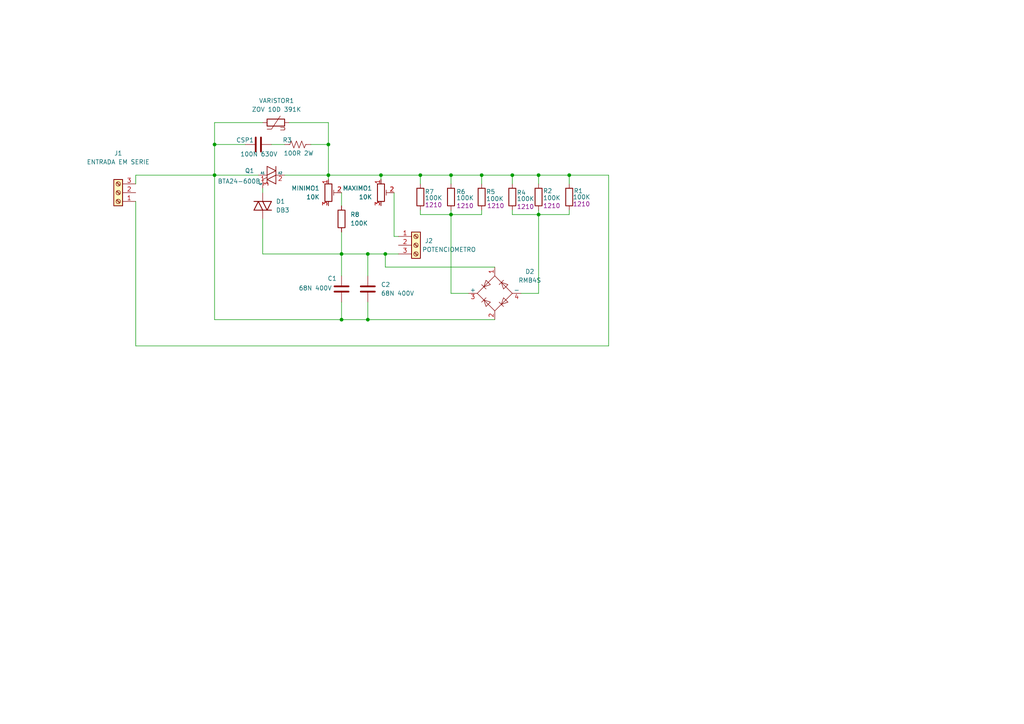
<source format=kicad_sch>
(kicad_sch (version 20231120) (generator "eeschema") (generator_version "8.0")
  (paper "A4")
  (lib_symbols
    (symbol "Connector:Screw_Terminal_01x03" (pin_names (offset 1.016) hide)
      (property "Reference" "J" (at 0 5.08 0))
      (property "Value" "Screw_Terminal_01x03" (at 0 -5.08 0))
      (symbol "Screw_Terminal_01x03_1_1"
        (rectangle (start -1.27 3.81) (end 1.27 -3.81) (stroke (width 0.254)) (fill (type background)))
        (circle (center 0 -2.54) (radius 0.635) (stroke (width 0.1524)))
        (polyline (pts (xy -0.5334 -2.2098) (xy 0.3302 -3.048)) (stroke (width 0.1524)))
        (polyline (pts (xy -0.5334 0.3302) (xy 0.3302 -0.508)) (stroke (width 0.1524)))
        (polyline (pts (xy -0.5334 2.8702) (xy 0.3302 2.032)) (stroke (width 0.1524)))
        (polyline (pts (xy -0.3556 -2.032) (xy 0.508 -2.8702)) (stroke (width 0.1524)))
        (polyline (pts (xy -0.3556 0.508) (xy 0.508 -0.3302)) (stroke (width 0.1524)))
        (polyline (pts (xy -0.3556 3.048) (xy 0.508 2.2098)) (stroke (width 0.1524)))
        (circle (center 0 0) (radius 0.635) (stroke (width 0.1524)))
        (circle (center 0 2.54) (radius 0.635) (stroke (width 0.1524)))
        (pin passive line (at -5.08 2.54 0) (length 3.81) (name "Pin_1") (number "1"))
        (pin passive line (at -5.08 0 0) (length 3.81) (name "Pin_2") (number "2"))
        (pin passive line (at -5.08 -2.54 0) (length 3.81) (name "Pin_3") (number "3"))
      )
    )
    (symbol "Device:C" (pin_numbers hide) (pin_names (offset 0.254))
      (property "Reference" "C" (at 0.635 2.54 0))
      (property "Value" "C" (at 0.635 -2.54 0))
      (symbol "C_0_1"
        (polyline (pts (xy -2.032 -0.762) (xy 2.032 -0.762)) (stroke (width 0.508)))
        (polyline (pts (xy -2.032 0.762) (xy 2.032 0.762)) (stroke (width 0.508)))
      )
      (symbol "C_1_1"
        (pin passive line (at 0 3.81 270) (length 2.794) (name "~") (number "1"))
        (pin passive line (at 0 -3.81 90) (length 2.794) (name "~") (number "2"))
      )
    )
    (symbol "Device:R" (pin_numbers hide) (pin_names (offset 0))
      (property "Reference" "R" (at 2.032 0 90))
      (property "Value" "R" (at 0 0 90))
      (symbol "R_0_1"
        (rectangle (start -1.016 -2.54) (end 1.016 2.54) (stroke (width 0.254)))
      )
      (symbol "R_1_1"
        (pin passive line (at 0 3.81 270) (length 1.27) (name "~") (number "1"))
        (pin passive line (at 0 -3.81 90) (length 1.27) (name "~") (number "2"))
      )
    )
    (symbol "Device:R_Potentiometer_Trim" (pin_names (offset 1.016) hide)
      (property "Reference" "RV" (at -4.445 0 90))
      (property "Value" "R_Potentiometer_Trim" (at -2.54 0 90))
      (symbol "R_Potentiometer_Trim_0_1"
        (polyline (pts (xy 1.524 0.762) (xy 1.524 -0.762)))
        (polyline (pts (xy 2.54 0) (xy 1.524 0)))
        (rectangle (start 1.016 2.54) (end -1.016 -2.54) (stroke (width 0.254)))
      )
      (symbol "R_Potentiometer_Trim_1_1"
        (pin passive line (at 0 3.81 270) (length 1.27) (name "1") (number "1"))
        (pin passive line (at 3.81 0 180) (length 1.27) (name "2") (number "2"))
        (pin passive line (at 0 -3.81 90) (length 1.27) (name "3") (number "3"))
      )
    )
    (symbol "Device:R_US" (pin_numbers hide) (pin_names (offset 0))
      (property "Reference" "R" (at 2.54 0 90))
      (property "Value" "R_US" (at -2.54 0 90))
      (symbol "R_US_0_1"
        (polyline (pts (xy 0 -2.286) (xy 0 -2.54)))
        (polyline (pts (xy 0 2.286) (xy 0 2.54)))
        (polyline (pts (xy 0 -0.762) (xy 1.016 -1.143) (xy 0 -1.524) (xy -1.016 -1.905) (xy 0 -2.286)))
        (polyline (pts (xy 0 0.762) (xy 1.016 0.381) (xy 0 0) (xy -1.016 -0.381) (xy 0 -0.762)))
        (polyline (pts (xy 0 2.286) (xy 1.016 1.905) (xy 0 1.524) (xy -1.016 1.143) (xy 0 0.762)))
      )
      (symbol "R_US_1_1"
        (pin passive line (at 0 3.81 270) (length 1.27) (name "~") (number "1"))
        (pin passive line (at 0 -3.81 90) (length 1.27) (name "~") (number "2"))
      )
    )
    (symbol "Device:Varistor" (pin_numbers hide) (pin_names (offset 0))
      (property "Reference" "RV" (at 3.175 0 90))
      (property "Value" "Varistor" (at -3.175 0 90))
      (symbol "Varistor_0_0"
        (text "U" (at -1.778 -2.032 0) (effects (font (size 1.27 1.27))))
      )
      (symbol "Varistor_0_1"
        (rectangle (start -1.016 -2.54) (end 1.016 2.54) (stroke (width 0.254)))
        (polyline (pts (xy -1.905 2.54) (xy -1.905 1.27) (xy 1.905 -1.27)))
      )
      (symbol "Varistor_1_1"
        (pin passive line (at 0 3.81 270) (length 1.27) (name "~") (number "1"))
        (pin passive line (at 0 -3.81 90) (length 1.27) (name "~") (number "2"))
      )
    )
    (symbol "Diode:DB3" (pin_numbers hide) (pin_names (offset 1.016) hide)
      (property "Reference" "D" (at 0 3.81 0))
      (property "Value" "DB3" (at 0 -3.81 0))
      (symbol "DB3_0_1"
        (polyline (pts (xy -1.27 0) (xy -1.27 -2.54)) (stroke (width 0.254)))
        (polyline (pts (xy 1.27 2.54) (xy 1.27 0)) (stroke (width 0.254)))
        (polyline (pts (xy -1.27 2.54) (xy -1.27 0) (xy 1.27 1.27) (xy -1.27 2.54)) (stroke (width 0.254)))
        (polyline (pts (xy 1.27 0) (xy 1.27 -2.54) (xy -1.27 -1.27) (xy 1.27 0)) (stroke (width 0.254)))
      )
      (symbol "DB3_1_1"
        (pin passive line (at -3.81 0 0) (length 2.54) (name "K") (number "1"))
        (pin passive line (at 3.81 0 180) (length 2.54) (name "A") (number "2"))
      )
    )
    (symbol "Diode_Bridge:RMB4S" (pin_names (offset 0))
      (property "Reference" "D" (at 2.54 6.985 0))
      (property "Value" "RMB4S" (at 2.54 5.08 0))
      (symbol "RMB4S_0_1"
        (polyline (pts (xy -2.54 3.81) (xy -1.27 2.54)))
        (polyline (pts (xy -1.27 -2.54) (xy -2.54 -3.81)))
        (polyline (pts (xy 2.54 -1.27) (xy 3.81 -2.54)))
        (polyline (pts (xy 2.54 1.27) (xy 3.81 2.54)))
        (polyline (pts (xy -3.81 2.54) (xy -2.54 1.27) (xy -1.905 3.175) (xy -3.81 2.54)))
        (polyline (pts (xy -2.54 -1.27) (xy -3.81 -2.54) (xy -1.905 -3.175) (xy -2.54 -1.27)))
        (polyline (pts (xy 1.27 2.54) (xy 2.54 3.81) (xy 3.175 1.905) (xy 1.27 2.54)))
        (polyline (pts (xy 3.175 -1.905) (xy 1.27 -2.54) (xy 2.54 -3.81) (xy 3.175 -1.905)))
        (polyline (pts (xy -5.08 0) (xy 0 -5.08) (xy 5.08 0) (xy 0 5.08) (xy -5.08 0)))
      )
      (symbol "RMB4S_1_1"
        (pin passive line (at 0 -7.62 90) (length 2.54) (name "~") (number "1"))
        (pin passive line (at 0 7.62 270) (length 2.54) (name "~") (number "2"))
        (pin passive line (at 7.62 0 180) (length 2.54) (name "+") (number "3"))
        (pin passive line (at -7.62 0 0) (length 2.54) (name "-") (number "4"))
      )
    )
    (symbol "Triac_Thyristor:BTA16-600B" (pin_names (offset 0))
      (property "Reference" "Q" (at 5.08 1.905 0))
      (property "Value" "BTA16-600B" (at 5.08 0 0))
      (symbol "BTA16-600B_0_1"
        (polyline (pts (xy -2.54 -1.27) (xy 2.54 -1.27)) (stroke (width 0.2032)))
        (polyline (pts (xy -2.54 1.27) (xy 2.54 1.27)) (stroke (width 0.2032)))
        (polyline (pts (xy -1.27 -2.54) (xy -0.635 -1.27)))
        (polyline (pts (xy -2.54 1.27) (xy -1.27 -1.27) (xy 0 1.27)) (stroke (width 0.2032)))
        (polyline (pts (xy 0 -1.27) (xy 1.27 1.27) (xy 2.54 -1.27)) (stroke (width 0.2032)))
      )
      (symbol "BTA16-600B_1_1"
        (pin passive line (at 0 -3.81 90) (length 2.54) (name "A1") (number "1"))
        (pin passive line (at 0 3.81 270) (length 2.54) (name "A2") (number "2"))
        (pin input line (at -3.81 -2.54 0) (length 2.54) (name "G") (number "3"))
      )
    )
  )
  (junction (at 130.81 50.8))
  (junction (at 99.06 73.66))
  (junction (at 99.06 92.71))
  (junction (at 156.21 62.23))
  (junction (at 106.68 92.71))
  (junction (at 121.92 50.8))
  (junction (at 106.68 73.66))
  (junction (at 111.76 73.66))
  (junction (at 139.7 50.8))
  (junction (at 165.1 50.8))
  (junction (at 110.49 50.8))
  (junction (at 62.23 41.91))
  (junction (at 62.23 50.8))
  (junction (at 148.59 50.8))
  (junction (at 95.25 50.8))
  (junction (at 156.21 50.8))
  (junction (at 130.81 62.23))
  (junction (at 95.25 41.91))
  (wire (pts (xy 106.68 73.66) (xy 106.68 80.01)))
  (wire (pts (xy 176.53 50.8) (xy 165.1 50.8)))
  (wire (pts (xy 139.7 62.23) (xy 139.7 60.96)))
  (wire (pts (xy 111.76 73.66) (xy 106.68 73.66)))
  (wire (pts (xy 156.21 50.8) (xy 156.21 53.34)))
  (wire (pts (xy 99.06 92.71) (xy 106.68 92.71)))
  (wire (pts (xy 95.25 41.91) (xy 95.25 35.56)))
  (wire (pts (xy 156.21 50.8) (xy 165.1 50.8)))
  (wire (pts (xy 106.68 87.63) (xy 106.68 92.71)))
  (wire (pts (xy 111.76 77.47) (xy 111.76 73.66)))
  (wire (pts (xy 82.55 50.8) (xy 95.25 50.8)))
  (wire (pts (xy 39.37 50.8) (xy 62.23 50.8)))
  (wire (pts (xy 76.2 55.88) (xy 76.2 54.61)))
  (wire (pts (xy 114.3 68.58) (xy 114.3 55.88)))
  (wire (pts (xy 62.23 92.71) (xy 62.23 50.8)))
  (wire (pts (xy 62.23 35.56) (xy 62.23 41.91)))
  (wire (pts (xy 121.92 60.96) (xy 121.92 62.23)))
  (wire (pts (xy 39.37 100.33) (xy 176.53 100.33)))
  (wire (pts (xy 110.49 50.8) (xy 95.25 50.8)))
  (wire (pts (xy 176.53 100.33) (xy 176.53 50.8)))
  (wire (pts (xy 130.81 50.8) (xy 130.81 53.34)))
  (wire (pts (xy 130.81 85.09) (xy 130.81 62.23)))
  (wire (pts (xy 148.59 50.8) (xy 156.21 50.8)))
  (wire (pts (xy 62.23 41.91) (xy 62.23 50.8)))
  (wire (pts (xy 121.92 62.23) (xy 130.81 62.23)))
  (wire (pts (xy 106.68 92.71) (xy 143.51 92.71)))
  (wire (pts (xy 139.7 50.8) (xy 148.59 50.8)))
  (wire (pts (xy 62.23 41.91) (xy 71.12 41.91)))
  (wire (pts (xy 151.13 85.09) (xy 156.21 85.09)))
  (wire (pts (xy 148.59 62.23) (xy 156.21 62.23)))
  (wire (pts (xy 165.1 60.96) (xy 165.1 62.23)))
  (wire (pts (xy 148.59 50.8) (xy 148.59 53.34)))
  (wire (pts (xy 99.06 73.66) (xy 99.06 80.01)))
  (wire (pts (xy 106.68 73.66) (xy 99.06 73.66)))
  (wire (pts (xy 139.7 50.8) (xy 139.7 53.34)))
  (wire (pts (xy 95.25 35.56) (xy 83.82 35.56)))
  (wire (pts (xy 165.1 50.8) (xy 165.1 53.34)))
  (wire (pts (xy 130.81 62.23) (xy 130.81 60.96)))
  (wire (pts (xy 143.51 77.47) (xy 111.76 77.47)))
  (wire (pts (xy 76.2 63.5) (xy 76.2 73.66)))
  (wire (pts (xy 130.81 62.23) (xy 139.7 62.23)))
  (wire (pts (xy 148.59 60.96) (xy 148.59 62.23)))
  (wire (pts (xy 78.74 41.91) (xy 82.55 41.91)))
  (wire (pts (xy 62.23 50.8) (xy 74.93 50.8)))
  (wire (pts (xy 121.92 53.34) (xy 121.92 50.8)))
  (wire (pts (xy 90.17 41.91) (xy 95.25 41.91)))
  (wire (pts (xy 165.1 62.23) (xy 156.21 62.23)))
  (wire (pts (xy 76.2 73.66) (xy 99.06 73.66)))
  (wire (pts (xy 156.21 60.96) (xy 156.21 62.23)))
  (wire (pts (xy 115.57 68.58) (xy 114.3 68.58)))
  (wire (pts (xy 39.37 53.34) (xy 39.37 50.8)))
  (wire (pts (xy 110.49 50.8) (xy 121.92 50.8)))
  (wire (pts (xy 99.06 67.31) (xy 99.06 73.66)))
  (wire (pts (xy 39.37 58.42) (xy 39.37 100.33)))
  (wire (pts (xy 99.06 55.88) (xy 99.06 59.69)))
  (wire (pts (xy 99.06 87.63) (xy 99.06 92.71)))
  (wire (pts (xy 130.81 50.8) (xy 139.7 50.8)))
  (wire (pts (xy 76.2 35.56) (xy 62.23 35.56)))
  (wire (pts (xy 115.57 73.66) (xy 111.76 73.66)))
  (wire (pts (xy 121.92 50.8) (xy 130.81 50.8)))
  (wire (pts (xy 95.25 50.8) (xy 95.25 41.91)))
  (wire (pts (xy 110.49 52.07) (xy 110.49 50.8)))
  (wire (pts (xy 62.23 92.71) (xy 99.06 92.71)))
  (wire (pts (xy 135.89 85.09) (xy 130.81 85.09)))
  (wire (pts (xy 156.21 85.09) (xy 156.21 62.23)))
  (wire (pts (xy 95.25 50.8) (xy 95.25 52.07)))
  (symbol (lib_id "Device:R") (at 139.7 57.15 0) (unit 1)
    (property "Reference" "R5" (at 140.97 55.626 0) (effects (justify left)))
    (property "Value" "100K" (at 140.97 57.658 0) (effects (justify left)))
    (property "Footprint" "Resistor_SMD:R_1210_3225Metric_Pad1.30x2.65mm_HandSolder" (effects (hide yes)))
    (property "Datasheet" "1210" (at 143.764 59.69 0))
    (property "Description" "Resistor" (effects (hide yes)))
  )
  (symbol (lib_id "Device:R_US") (at 86.36 41.91 270) (unit 1)
    (property "Reference" "R3" (at 83.312 40.64 90))
    (property "Value" "100R 2W" (at 86.614 44.45 90))
    (property "Footprint" "Resistor_THT:R_Axial_DIN0614_L14.3mm_D5.7mm_P15.24mm_Horizontal" (effects (hide yes)))
    (property "Description" "Resistor, US symbol" (effects (hide yes)))
  )
  (symbol (lib_id "Device:C") (at 74.93 41.91 90) (unit 1)
    (property "Reference" "CSP1" (at 73.66 40.64 90) (effects (justify left)))
    (property "Value" "100N 630V" (at 80.518 44.704 90) (effects (justify left)))
    (property "Footprint" "Capacitor_THT:C_Rect_L18.0mm_W9.0mm_P15.00mm_FKS3_FKP3" (effects (hide yes)))
    (property "Description" "Unpolarized capacitor" (effects (hide yes)))
  )
  (symbol (lib_id "Device:C") (at 99.06 83.82 0) (unit 1)
    (property "Reference" "C1" (at 94.996 80.772 0) (effects (justify left)))
    (property "Value" "68N 400V" (at 86.614 83.566 0) (effects (justify left)))
    (property "Footprint" "Capacitor_THT:C_Rect_L11.0mm_W5.3mm_P10.00mm_MKT" (effects (hide yes)))
    (property "Description" "Unpolarized capacitor" (effects (hide yes)))
  )
  (symbol (lib_id "Device:R") (at 121.92 57.15 0) (unit 1)
    (property "Reference" "R7" (at 123.19 55.626 0) (effects (justify left)))
    (property "Value" "100K" (at 123.19 57.404 0) (effects (justify left)))
    (property "Footprint" "Resistor_SMD:R_1210_3225Metric_Pad1.30x2.65mm_HandSolder" (effects (hide yes)))
    (property "Datasheet" "1210" (at 125.73 59.436 0))
    (property "Description" "Resistor" (effects (hide yes)))
  )
  (symbol (lib_id "Device:Varistor") (at 80.01 35.56 90) (unit 1)
    (property "Reference" "VARISTOR1" (at 80.2033 29.21 90))
    (property "Value" "ZOV 10D 391K" (at 80.2033 31.75 90))
    (property "Footprint" "Varistor:RV_Disc_D12mm_W3.9mm_P7.5mm" (effects (hide yes)))
    (property "Description" "Voltage dependent resistor" (effects (hide yes)))
    (property "Sim.Name" "kicad_builtin_varistor" (effects (hide yes)))
    (property "Sim.Device" "SUBCKT" (effects (hide yes)))
    (property "Sim.Pins" "1=A 2=B" (effects (hide yes)))
    (property "Sim.Params" "threshold=1k" (effects (hide yes)))
    (property "Sim.Library" "${KICAD7_SYMBOL_DIR}/Simulation_SPICE.sp" (effects (hide yes)))
  )
  (symbol (lib_id "Connector:Screw_Terminal_01x03") (at 34.29 55.88 180) (unit 1)
    (property "Reference" "J1" (at 34.29 44.45 0))
    (property "Value" "ENTRADA EM SERIE" (at 34.29 46.99 0))
    (property "Footprint" "TerminalBlock_MetzConnect:TerminalBlock_MetzConnect_Type094_RT03503HBLU_1x03_P5.00mm_Horizontal" (effects (hide yes)))
    (property "Description" "Generic screw terminal, single row, 01x03, script generated (kicad-library-utils/schlib/autogen/connector/)" (effects (hide yes)))
  )
  (symbol (lib_id "Device:R") (at 148.59 57.15 0) (unit 1)
    (property "Reference" "R4" (at 149.86 55.88 0) (effects (justify left)))
    (property "Value" "100K" (at 149.86 57.658 0) (effects (justify left)))
    (property "Footprint" "Resistor_SMD:R_1210_3225Metric_Pad1.30x2.65mm_HandSolder" (effects (hide yes)))
    (property "Datasheet" "1210" (at 152.4 59.944 0))
    (property "Description" "Resistor" (effects (hide yes)))
  )
  (symbol (lib_id "Device:R") (at 99.06 63.5 0) (unit 1)
    (property "Reference" "R8" (at 101.6 62.2299 0) (effects (justify left)))
    (property "Value" "100K" (at 101.6 64.7699 0) (effects (justify left)))
    (property "Footprint" "Resistor_SMD:R_1206_3216Metric_Pad1.30x1.75mm_HandSolder" (effects (hide yes)))
    (property "Description" "Resistor" (effects (hide yes)))
  )
  (symbol (lib_id "Diode:DB3") (at 76.2 59.69 90) (unit 1)
    (property "Reference" "D1" (at 80.01 58.4199 90) (effects (justify right)))
    (property "Value" "DB3" (at 80.01 60.9599 90) (effects (justify right)))
    (property "Footprint" "Diode_THT:D_DO-35_SOD27_P7.62mm_Horizontal" (effects (hide yes)))
    (property "Datasheet" "http://cdn-reichelt.de/documents/datenblatt/A100/DB%203%23st.pdf" (effects (hide yes)))
    (property "Description" "32V 2A Bidirectional trigger diode, DO-35" (effects (hide yes)))
  )
  (symbol (lib_id "Device:R") (at 156.21 57.15 0) (unit 1)
    (property "Reference" "R2" (at 157.48 55.372 0) (effects (justify left)))
    (property "Value" "100K" (at 157.48 57.404 0) (effects (justify left)))
    (property "Footprint" "Resistor_SMD:R_1210_3225Metric_Pad1.30x2.65mm_HandSolder" (effects (hide yes)))
    (property "Datasheet" "1210" (at 160.02 59.69 0))
    (property "Description" "Resistor" (effects (hide yes)))
  )
  (symbol (lib_id "Connector:Screw_Terminal_01x03") (at 120.65 71.12 0) (unit 1)
    (property "Reference" "J2" (at 123.19 69.8499 0) (effects (justify left)))
    (property "Value" "POTENCIOMETRO" (at 122.428 72.39 0) (effects (justify left)))
    (property "Footprint" "TerminalBlock_MetzConnect:TerminalBlock_MetzConnect_Type094_RT03503HBLU_1x03_P5.00mm_Horizontal" (effects (hide yes)))
    (property "Description" "Generic screw terminal, single row, 01x03, script generated (kicad-library-utils/schlib/autogen/connector/)" (effects (hide yes)))
  )
  (symbol (lib_id "Device:R_Potentiometer_Trim") (at 110.49 55.88 0) (unit 1)
    (property "Reference" "MAXIMO1" (at 107.95 54.6099 0) (effects (justify right)))
    (property "Value" "10K" (at 107.95 57.1499 0) (effects (justify right)))
    (property "Footprint" "Potentiometer_THT:Potentiometer_Bourns_3386F_Vertical" (effects (hide yes)))
    (property "Description" "Trim-potentiometer" (effects (hide yes)))
  )
  (symbol (lib_id "Triac_Thyristor:BTA16-600B") (at 78.74 50.8 270) (mirror x) (unit 1)
    (property "Reference" "Q1" (at 72.39 49.53 90))
    (property "Value" "BTA24-600B" (at 69.342 52.578 90))
    (property "Footprint" "Package_TO_SOT_THT:TO-220-3_Vertical" (effects (hide yes)))
    (property "Datasheet" "https://www.st.com/resource/en/datasheet/bta16.pdf" (effects (hide yes)))
    (property "Description" "16A RMS, 600V Off-State Voltage, 50mA Sensitivity, Insulated, Triac, TO-220" (effects (hide yes)))
  )
  (symbol (lib_id "Diode_Bridge:RMB4S") (at 143.51 85.09 180) (unit 1)
    (property "Reference" "D2" (at 153.67 78.7714 0))
    (property "Value" "RMB4S" (at 153.67 81.3114 0))
    (property "Footprint" "Package_TO_SOT_SMD:TO-269AA" (effects (hide yes)))
    (property "Datasheet" "http://www.vishay.com/docs/88705/rmbs.pdf" (effects (hide yes)))
    (property "Description" "Miniature Glass Passivated Single-Phase Surface Mount Bridge Rectifiers, 280V Vrms, 0.5A If, TO-269AA" (effects (hide yes)))
  )
  (symbol (lib_id "Device:R_Potentiometer_Trim") (at 95.25 55.88 0) (unit 1)
    (property "Reference" "MINIMO1" (at 92.71 54.6099 0) (effects (justify right)))
    (property "Value" "10K" (at 92.71 57.1499 0) (effects (justify right)))
    (property "Footprint" "Potentiometer_THT:Potentiometer_Bourns_3386F_Vertical" (effects (hide yes)))
    (property "Description" "Trim-potentiometer" (effects (hide yes)))
  )
  (symbol (lib_id "Device:R") (at 165.1 57.15 0) (unit 1)
    (property "Reference" "R1" (at 166.37 55.372 0) (effects (justify left)))
    (property "Value" "100K" (at 166.116 57.15 0) (effects (justify left)))
    (property "Footprint" "Resistor_SMD:R_1210_3225Metric_Pad1.30x2.65mm_HandSolder" (effects (hide yes)))
    (property "Datasheet" "1210" (at 168.656 59.182 0))
    (property "Description" "Resistor" (effects (hide yes)))
  )
  (symbol (lib_id "Device:R") (at 130.81 57.15 0) (unit 1)
    (property "Reference" "R6" (at 132.334 55.626 0) (effects (justify left)))
    (property "Value" "100K" (at 132.334 57.404 0) (effects (justify left)))
    (property "Footprint" "Resistor_SMD:R_1210_3225Metric_Pad1.30x2.65mm_HandSolder" (effects (hide yes)))
    (property "Datasheet" "1210" (at 134.874 59.69 0))
    (property "Description" "Resistor" (effects (hide yes)))
  )
  (symbol (lib_id "Device:C") (at 106.68 83.82 0) (unit 1)
    (property "Reference" "C2" (at 110.49 82.5499 0) (effects (justify left)))
    (property "Value" "68N 400V" (at 110.49 85.0899 0) (effects (justify left)))
    (property "Footprint" "Capacitor_THT:C_Rect_L11.0mm_W5.3mm_P10.00mm_MKT" (effects (hide yes)))
    (property "Description" "Unpolarized capacitor" (effects (hide yes)))
  )
)
</source>
